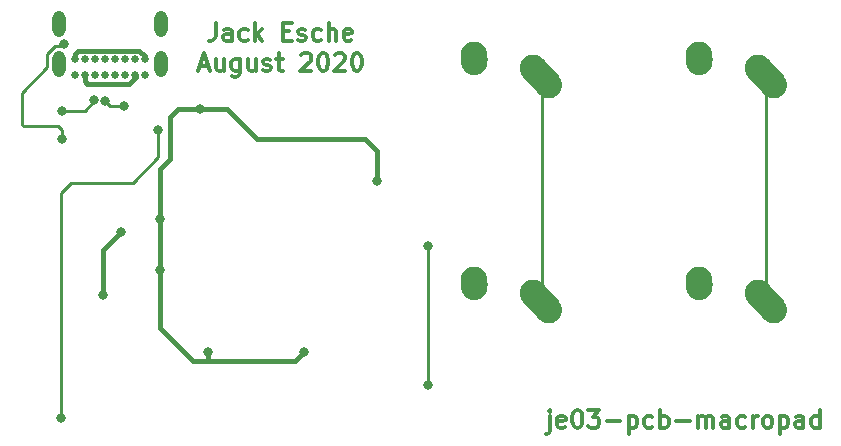
<source format=gbr>
%TF.GenerationSoftware,KiCad,Pcbnew,(5.1.6)-1*%
%TF.CreationDate,2020-08-30T09:50:50-05:00*%
%TF.ProjectId,je03-pcb-guide,6a653033-2d70-4636-922d-67756964652e,rev?*%
%TF.SameCoordinates,Original*%
%TF.FileFunction,Copper,L1,Top*%
%TF.FilePolarity,Positive*%
%FSLAX46Y46*%
G04 Gerber Fmt 4.6, Leading zero omitted, Abs format (unit mm)*
G04 Created by KiCad (PCBNEW (5.1.6)-1) date 2020-08-30 09:50:50*
%MOMM*%
%LPD*%
G01*
G04 APERTURE LIST*
%TA.AperFunction,NonConductor*%
%ADD10C,0.300000*%
%TD*%
%TA.AperFunction,ComponentPad*%
%ADD11O,1.108000X2.216000*%
%TD*%
%TA.AperFunction,ComponentPad*%
%ADD12C,0.650000*%
%TD*%
%TA.AperFunction,ComponentPad*%
%ADD13C,2.250000*%
%TD*%
%TA.AperFunction,ViaPad*%
%ADD14C,0.800000*%
%TD*%
%TA.AperFunction,Conductor*%
%ADD15C,0.381000*%
%TD*%
%TA.AperFunction,Conductor*%
%ADD16C,0.254000*%
%TD*%
G04 APERTURE END LIST*
D10*
X100712428Y-114359571D02*
X100712428Y-115645285D01*
X100641000Y-115788142D01*
X100498142Y-115859571D01*
X100426714Y-115859571D01*
X100712428Y-113859571D02*
X100641000Y-113931000D01*
X100712428Y-114002428D01*
X100783857Y-113931000D01*
X100712428Y-113859571D01*
X100712428Y-114002428D01*
X101998142Y-115288142D02*
X101855285Y-115359571D01*
X101569571Y-115359571D01*
X101426714Y-115288142D01*
X101355285Y-115145285D01*
X101355285Y-114573857D01*
X101426714Y-114431000D01*
X101569571Y-114359571D01*
X101855285Y-114359571D01*
X101998142Y-114431000D01*
X102069571Y-114573857D01*
X102069571Y-114716714D01*
X101355285Y-114859571D01*
X102998142Y-113859571D02*
X103141000Y-113859571D01*
X103283857Y-113931000D01*
X103355285Y-114002428D01*
X103426714Y-114145285D01*
X103498142Y-114431000D01*
X103498142Y-114788142D01*
X103426714Y-115073857D01*
X103355285Y-115216714D01*
X103283857Y-115288142D01*
X103141000Y-115359571D01*
X102998142Y-115359571D01*
X102855285Y-115288142D01*
X102783857Y-115216714D01*
X102712428Y-115073857D01*
X102641000Y-114788142D01*
X102641000Y-114431000D01*
X102712428Y-114145285D01*
X102783857Y-114002428D01*
X102855285Y-113931000D01*
X102998142Y-113859571D01*
X103998142Y-113859571D02*
X104926714Y-113859571D01*
X104426714Y-114431000D01*
X104641000Y-114431000D01*
X104783857Y-114502428D01*
X104855285Y-114573857D01*
X104926714Y-114716714D01*
X104926714Y-115073857D01*
X104855285Y-115216714D01*
X104783857Y-115288142D01*
X104641000Y-115359571D01*
X104212428Y-115359571D01*
X104069571Y-115288142D01*
X103998142Y-115216714D01*
X105569571Y-114788142D02*
X106712428Y-114788142D01*
X107426714Y-114359571D02*
X107426714Y-115859571D01*
X107426714Y-114431000D02*
X107569571Y-114359571D01*
X107855285Y-114359571D01*
X107998142Y-114431000D01*
X108069571Y-114502428D01*
X108141000Y-114645285D01*
X108141000Y-115073857D01*
X108069571Y-115216714D01*
X107998142Y-115288142D01*
X107855285Y-115359571D01*
X107569571Y-115359571D01*
X107426714Y-115288142D01*
X109426714Y-115288142D02*
X109283857Y-115359571D01*
X108998142Y-115359571D01*
X108855285Y-115288142D01*
X108783857Y-115216714D01*
X108712428Y-115073857D01*
X108712428Y-114645285D01*
X108783857Y-114502428D01*
X108855285Y-114431000D01*
X108998142Y-114359571D01*
X109283857Y-114359571D01*
X109426714Y-114431000D01*
X110069571Y-115359571D02*
X110069571Y-113859571D01*
X110069571Y-114431000D02*
X110212428Y-114359571D01*
X110498142Y-114359571D01*
X110641000Y-114431000D01*
X110712428Y-114502428D01*
X110783857Y-114645285D01*
X110783857Y-115073857D01*
X110712428Y-115216714D01*
X110641000Y-115288142D01*
X110498142Y-115359571D01*
X110212428Y-115359571D01*
X110069571Y-115288142D01*
X111426714Y-114788142D02*
X112569571Y-114788142D01*
X113283857Y-115359571D02*
X113283857Y-114359571D01*
X113283857Y-114502428D02*
X113355285Y-114431000D01*
X113498142Y-114359571D01*
X113712428Y-114359571D01*
X113855285Y-114431000D01*
X113926714Y-114573857D01*
X113926714Y-115359571D01*
X113926714Y-114573857D02*
X113998142Y-114431000D01*
X114141000Y-114359571D01*
X114355285Y-114359571D01*
X114498142Y-114431000D01*
X114569571Y-114573857D01*
X114569571Y-115359571D01*
X115926714Y-115359571D02*
X115926714Y-114573857D01*
X115855285Y-114431000D01*
X115712428Y-114359571D01*
X115426714Y-114359571D01*
X115283857Y-114431000D01*
X115926714Y-115288142D02*
X115783857Y-115359571D01*
X115426714Y-115359571D01*
X115283857Y-115288142D01*
X115212428Y-115145285D01*
X115212428Y-115002428D01*
X115283857Y-114859571D01*
X115426714Y-114788142D01*
X115783857Y-114788142D01*
X115926714Y-114716714D01*
X117283857Y-115288142D02*
X117141000Y-115359571D01*
X116855285Y-115359571D01*
X116712428Y-115288142D01*
X116641000Y-115216714D01*
X116569571Y-115073857D01*
X116569571Y-114645285D01*
X116641000Y-114502428D01*
X116712428Y-114431000D01*
X116855285Y-114359571D01*
X117141000Y-114359571D01*
X117283857Y-114431000D01*
X117926714Y-115359571D02*
X117926714Y-114359571D01*
X117926714Y-114645285D02*
X117998142Y-114502428D01*
X118069571Y-114431000D01*
X118212428Y-114359571D01*
X118355285Y-114359571D01*
X119069571Y-115359571D02*
X118926714Y-115288142D01*
X118855285Y-115216714D01*
X118783857Y-115073857D01*
X118783857Y-114645285D01*
X118855285Y-114502428D01*
X118926714Y-114431000D01*
X119069571Y-114359571D01*
X119283857Y-114359571D01*
X119426714Y-114431000D01*
X119498142Y-114502428D01*
X119569571Y-114645285D01*
X119569571Y-115073857D01*
X119498142Y-115216714D01*
X119426714Y-115288142D01*
X119283857Y-115359571D01*
X119069571Y-115359571D01*
X120212428Y-114359571D02*
X120212428Y-115859571D01*
X120212428Y-114431000D02*
X120355285Y-114359571D01*
X120641000Y-114359571D01*
X120783857Y-114431000D01*
X120855285Y-114502428D01*
X120926714Y-114645285D01*
X120926714Y-115073857D01*
X120855285Y-115216714D01*
X120783857Y-115288142D01*
X120641000Y-115359571D01*
X120355285Y-115359571D01*
X120212428Y-115288142D01*
X122212428Y-115359571D02*
X122212428Y-114573857D01*
X122141000Y-114431000D01*
X121998142Y-114359571D01*
X121712428Y-114359571D01*
X121569571Y-114431000D01*
X122212428Y-115288142D02*
X122069571Y-115359571D01*
X121712428Y-115359571D01*
X121569571Y-115288142D01*
X121498142Y-115145285D01*
X121498142Y-115002428D01*
X121569571Y-114859571D01*
X121712428Y-114788142D01*
X122069571Y-114788142D01*
X122212428Y-114716714D01*
X123569571Y-115359571D02*
X123569571Y-113859571D01*
X123569571Y-115288142D02*
X123426714Y-115359571D01*
X123141000Y-115359571D01*
X122998142Y-115288142D01*
X122926714Y-115216714D01*
X122855285Y-115073857D01*
X122855285Y-114645285D01*
X122926714Y-114502428D01*
X122998142Y-114431000D01*
X123141000Y-114359571D01*
X123426714Y-114359571D01*
X123569571Y-114431000D01*
X72442285Y-81088571D02*
X72442285Y-82160000D01*
X72370857Y-82374285D01*
X72228000Y-82517142D01*
X72013714Y-82588571D01*
X71870857Y-82588571D01*
X73799428Y-82588571D02*
X73799428Y-81802857D01*
X73728000Y-81660000D01*
X73585142Y-81588571D01*
X73299428Y-81588571D01*
X73156571Y-81660000D01*
X73799428Y-82517142D02*
X73656571Y-82588571D01*
X73299428Y-82588571D01*
X73156571Y-82517142D01*
X73085142Y-82374285D01*
X73085142Y-82231428D01*
X73156571Y-82088571D01*
X73299428Y-82017142D01*
X73656571Y-82017142D01*
X73799428Y-81945714D01*
X75156571Y-82517142D02*
X75013714Y-82588571D01*
X74728000Y-82588571D01*
X74585142Y-82517142D01*
X74513714Y-82445714D01*
X74442285Y-82302857D01*
X74442285Y-81874285D01*
X74513714Y-81731428D01*
X74585142Y-81660000D01*
X74728000Y-81588571D01*
X75013714Y-81588571D01*
X75156571Y-81660000D01*
X75799428Y-82588571D02*
X75799428Y-81088571D01*
X75942285Y-82017142D02*
X76370857Y-82588571D01*
X76370857Y-81588571D02*
X75799428Y-82160000D01*
X78156571Y-81802857D02*
X78656571Y-81802857D01*
X78870857Y-82588571D02*
X78156571Y-82588571D01*
X78156571Y-81088571D01*
X78870857Y-81088571D01*
X79442285Y-82517142D02*
X79585142Y-82588571D01*
X79870857Y-82588571D01*
X80013714Y-82517142D01*
X80085142Y-82374285D01*
X80085142Y-82302857D01*
X80013714Y-82160000D01*
X79870857Y-82088571D01*
X79656571Y-82088571D01*
X79513714Y-82017142D01*
X79442285Y-81874285D01*
X79442285Y-81802857D01*
X79513714Y-81660000D01*
X79656571Y-81588571D01*
X79870857Y-81588571D01*
X80013714Y-81660000D01*
X81370857Y-82517142D02*
X81228000Y-82588571D01*
X80942285Y-82588571D01*
X80799428Y-82517142D01*
X80728000Y-82445714D01*
X80656571Y-82302857D01*
X80656571Y-81874285D01*
X80728000Y-81731428D01*
X80799428Y-81660000D01*
X80942285Y-81588571D01*
X81228000Y-81588571D01*
X81370857Y-81660000D01*
X82013714Y-82588571D02*
X82013714Y-81088571D01*
X82656571Y-82588571D02*
X82656571Y-81802857D01*
X82585142Y-81660000D01*
X82442285Y-81588571D01*
X82228000Y-81588571D01*
X82085142Y-81660000D01*
X82013714Y-81731428D01*
X83942285Y-82517142D02*
X83799428Y-82588571D01*
X83513714Y-82588571D01*
X83370857Y-82517142D01*
X83299428Y-82374285D01*
X83299428Y-81802857D01*
X83370857Y-81660000D01*
X83513714Y-81588571D01*
X83799428Y-81588571D01*
X83942285Y-81660000D01*
X84013714Y-81802857D01*
X84013714Y-81945714D01*
X83299428Y-82088571D01*
X71120857Y-84710000D02*
X71835142Y-84710000D01*
X70978000Y-85138571D02*
X71478000Y-83638571D01*
X71978000Y-85138571D01*
X73120857Y-84138571D02*
X73120857Y-85138571D01*
X72478000Y-84138571D02*
X72478000Y-84924285D01*
X72549428Y-85067142D01*
X72692285Y-85138571D01*
X72906571Y-85138571D01*
X73049428Y-85067142D01*
X73120857Y-84995714D01*
X74478000Y-84138571D02*
X74478000Y-85352857D01*
X74406571Y-85495714D01*
X74335142Y-85567142D01*
X74192285Y-85638571D01*
X73978000Y-85638571D01*
X73835142Y-85567142D01*
X74478000Y-85067142D02*
X74335142Y-85138571D01*
X74049428Y-85138571D01*
X73906571Y-85067142D01*
X73835142Y-84995714D01*
X73763714Y-84852857D01*
X73763714Y-84424285D01*
X73835142Y-84281428D01*
X73906571Y-84210000D01*
X74049428Y-84138571D01*
X74335142Y-84138571D01*
X74478000Y-84210000D01*
X75835142Y-84138571D02*
X75835142Y-85138571D01*
X75192285Y-84138571D02*
X75192285Y-84924285D01*
X75263714Y-85067142D01*
X75406571Y-85138571D01*
X75620857Y-85138571D01*
X75763714Y-85067142D01*
X75835142Y-84995714D01*
X76478000Y-85067142D02*
X76620857Y-85138571D01*
X76906571Y-85138571D01*
X77049428Y-85067142D01*
X77120857Y-84924285D01*
X77120857Y-84852857D01*
X77049428Y-84710000D01*
X76906571Y-84638571D01*
X76692285Y-84638571D01*
X76549428Y-84567142D01*
X76478000Y-84424285D01*
X76478000Y-84352857D01*
X76549428Y-84210000D01*
X76692285Y-84138571D01*
X76906571Y-84138571D01*
X77049428Y-84210000D01*
X77549428Y-84138571D02*
X78120857Y-84138571D01*
X77763714Y-83638571D02*
X77763714Y-84924285D01*
X77835142Y-85067142D01*
X77978000Y-85138571D01*
X78120857Y-85138571D01*
X79692285Y-83781428D02*
X79763714Y-83710000D01*
X79906571Y-83638571D01*
X80263714Y-83638571D01*
X80406571Y-83710000D01*
X80478000Y-83781428D01*
X80549428Y-83924285D01*
X80549428Y-84067142D01*
X80478000Y-84281428D01*
X79620857Y-85138571D01*
X80549428Y-85138571D01*
X81478000Y-83638571D02*
X81620857Y-83638571D01*
X81763714Y-83710000D01*
X81835142Y-83781428D01*
X81906571Y-83924285D01*
X81978000Y-84210000D01*
X81978000Y-84567142D01*
X81906571Y-84852857D01*
X81835142Y-84995714D01*
X81763714Y-85067142D01*
X81620857Y-85138571D01*
X81478000Y-85138571D01*
X81335142Y-85067142D01*
X81263714Y-84995714D01*
X81192285Y-84852857D01*
X81120857Y-84567142D01*
X81120857Y-84210000D01*
X81192285Y-83924285D01*
X81263714Y-83781428D01*
X81335142Y-83710000D01*
X81478000Y-83638571D01*
X82549428Y-83781428D02*
X82620857Y-83710000D01*
X82763714Y-83638571D01*
X83120857Y-83638571D01*
X83263714Y-83710000D01*
X83335142Y-83781428D01*
X83406571Y-83924285D01*
X83406571Y-84067142D01*
X83335142Y-84281428D01*
X82478000Y-85138571D01*
X83406571Y-85138571D01*
X84335142Y-83638571D02*
X84478000Y-83638571D01*
X84620857Y-83710000D01*
X84692285Y-83781428D01*
X84763714Y-83924285D01*
X84835142Y-84210000D01*
X84835142Y-84567142D01*
X84763714Y-84852857D01*
X84692285Y-84995714D01*
X84620857Y-85067142D01*
X84478000Y-85138571D01*
X84335142Y-85138571D01*
X84192285Y-85067142D01*
X84120857Y-84995714D01*
X84049428Y-84852857D01*
X83978000Y-84567142D01*
X83978000Y-84210000D01*
X84049428Y-83924285D01*
X84120857Y-83781428D01*
X84192285Y-83710000D01*
X84335142Y-83638571D01*
D11*
%TO.P,J1,P4*%
%TO.N,GND*%
X59182000Y-81153000D03*
%TO.P,J1,P3*%
X67832000Y-81153000D03*
%TO.P,J1,P2*%
X67832000Y-84533000D03*
%TO.P,J1,P1*%
X59182000Y-84533000D03*
D12*
%TO.P,J1,B12*%
X60532000Y-84163000D03*
%TO.P,J1,B9*%
%TO.N,VCC*%
X61382000Y-84163000D03*
%TO.P,J1,B8*%
%TO.N,Net-(J1-PadB8)*%
X62232000Y-84163000D03*
%TO.P,J1,B7*%
%TO.N,Net-(J1-PadB7)*%
X63082000Y-84163000D03*
%TO.P,J1,B6*%
%TO.N,Net-(J1-PadB6)*%
X63932000Y-84163000D03*
%TO.P,J1,B5*%
%TO.N,Net-(J1-PadB5)*%
X64782000Y-84163000D03*
%TO.P,J1,B4*%
%TO.N,VCC*%
X65632000Y-84163000D03*
%TO.P,J1,B1*%
%TO.N,GND*%
X66482000Y-84163000D03*
%TO.P,J1,A12*%
X66482000Y-85513000D03*
%TO.P,J1,A9*%
%TO.N,VCC*%
X65632000Y-85513000D03*
%TO.P,J1,A8*%
%TO.N,Net-(J1-PadA8)*%
X64782000Y-85513000D03*
%TO.P,J1,A7*%
%TO.N,D-*%
X63932000Y-85513000D03*
%TO.P,J1,A6*%
%TO.N,D+*%
X63082000Y-85513000D03*
%TO.P,J1,A5*%
%TO.N,Net-(J1-PadA5)*%
X62232000Y-85513000D03*
%TO.P,J1,A4*%
%TO.N,VCC*%
X61382000Y-85513000D03*
%TO.P,J1,A1*%
%TO.N,GND*%
X60532000Y-85513000D03*
%TD*%
D13*
%TO.P,MX3,1*%
%TO.N,COL0*%
X99337500Y-103950000D03*
%TA.AperFunction,ComponentPad*%
G36*
G01*
X101398817Y-106247345D02*
X101398817Y-106247345D01*
G75*
G02*
X99810155Y-106161317I-751317J837345D01*
G01*
X98500153Y-104701317D01*
G75*
G02*
X98586181Y-103112655I837345J751317D01*
G01*
X98586181Y-103112655D01*
G75*
G02*
X100174843Y-103198683I751317J-837345D01*
G01*
X101484845Y-104658683D01*
G75*
G02*
X101398817Y-106247345I-837345J-751317D01*
G01*
G37*
%TD.AperFunction*%
%TO.P,MX3,2*%
%TO.N,Net-(D3-Pad2)*%
X94297500Y-102870000D03*
%TA.AperFunction,ComponentPad*%
G36*
G01*
X94414903Y-104572334D02*
X94414903Y-104572334D01*
G75*
G02*
X93215166Y-103527403I-77403J1122334D01*
G01*
X93175166Y-102947403D01*
G75*
G02*
X94220097Y-101747666I1122334J77403D01*
G01*
X94220097Y-101747666D01*
G75*
G02*
X95419834Y-102792597I77403J-1122334D01*
G01*
X95459834Y-103372597D01*
G75*
G02*
X94414903Y-104572334I-1122334J-77403D01*
G01*
G37*
%TD.AperFunction*%
%TD*%
%TO.P,MX4,1*%
%TO.N,COL1*%
X118387500Y-103950000D03*
%TA.AperFunction,ComponentPad*%
G36*
G01*
X120448817Y-106247345D02*
X120448817Y-106247345D01*
G75*
G02*
X118860155Y-106161317I-751317J837345D01*
G01*
X117550153Y-104701317D01*
G75*
G02*
X117636181Y-103112655I837345J751317D01*
G01*
X117636181Y-103112655D01*
G75*
G02*
X119224843Y-103198683I751317J-837345D01*
G01*
X120534845Y-104658683D01*
G75*
G02*
X120448817Y-106247345I-837345J-751317D01*
G01*
G37*
%TD.AperFunction*%
%TO.P,MX4,2*%
%TO.N,Net-(D4-Pad2)*%
X113347500Y-102870000D03*
%TA.AperFunction,ComponentPad*%
G36*
G01*
X113464903Y-104572334D02*
X113464903Y-104572334D01*
G75*
G02*
X112265166Y-103527403I-77403J1122334D01*
G01*
X112225166Y-102947403D01*
G75*
G02*
X113270097Y-101747666I1122334J77403D01*
G01*
X113270097Y-101747666D01*
G75*
G02*
X114469834Y-102792597I77403J-1122334D01*
G01*
X114509834Y-103372597D01*
G75*
G02*
X113464903Y-104572334I-1122334J-77403D01*
G01*
G37*
%TD.AperFunction*%
%TD*%
%TO.P,MX2,1*%
%TO.N,COL1*%
X118387500Y-84900000D03*
%TA.AperFunction,ComponentPad*%
G36*
G01*
X120448817Y-87197345D02*
X120448817Y-87197345D01*
G75*
G02*
X118860155Y-87111317I-751317J837345D01*
G01*
X117550153Y-85651317D01*
G75*
G02*
X117636181Y-84062655I837345J751317D01*
G01*
X117636181Y-84062655D01*
G75*
G02*
X119224843Y-84148683I751317J-837345D01*
G01*
X120534845Y-85608683D01*
G75*
G02*
X120448817Y-87197345I-837345J-751317D01*
G01*
G37*
%TD.AperFunction*%
%TO.P,MX2,2*%
%TO.N,Net-(D2-Pad2)*%
X113347500Y-83820000D03*
%TA.AperFunction,ComponentPad*%
G36*
G01*
X113464903Y-85522334D02*
X113464903Y-85522334D01*
G75*
G02*
X112265166Y-84477403I-77403J1122334D01*
G01*
X112225166Y-83897403D01*
G75*
G02*
X113270097Y-82697666I1122334J77403D01*
G01*
X113270097Y-82697666D01*
G75*
G02*
X114469834Y-83742597I77403J-1122334D01*
G01*
X114509834Y-84322597D01*
G75*
G02*
X113464903Y-85522334I-1122334J-77403D01*
G01*
G37*
%TD.AperFunction*%
%TD*%
%TO.P,MX1,1*%
%TO.N,COL0*%
X99337500Y-84900000D03*
%TA.AperFunction,ComponentPad*%
G36*
G01*
X101398817Y-87197345D02*
X101398817Y-87197345D01*
G75*
G02*
X99810155Y-87111317I-751317J837345D01*
G01*
X98500153Y-85651317D01*
G75*
G02*
X98586181Y-84062655I837345J751317D01*
G01*
X98586181Y-84062655D01*
G75*
G02*
X100174843Y-84148683I751317J-837345D01*
G01*
X101484845Y-85608683D01*
G75*
G02*
X101398817Y-87197345I-837345J-751317D01*
G01*
G37*
%TD.AperFunction*%
%TO.P,MX1,2*%
%TO.N,Net-(D1-Pad2)*%
X94297500Y-83820000D03*
%TA.AperFunction,ComponentPad*%
G36*
G01*
X94414903Y-85522334D02*
X94414903Y-85522334D01*
G75*
G02*
X93215166Y-84477403I-77403J1122334D01*
G01*
X93175166Y-83897403D01*
G75*
G02*
X94220097Y-82697666I1122334J77403D01*
G01*
X94220097Y-82697666D01*
G75*
G02*
X95419834Y-83742597I77403J-1122334D01*
G01*
X95459834Y-84322597D01*
G75*
G02*
X94414903Y-85522334I-1122334J-77403D01*
G01*
G37*
%TD.AperFunction*%
%TD*%
D14*
%TO.N,GND*%
X64395067Y-98799933D03*
X62865000Y-104140000D03*
%TO.N,+5V*%
X67691000Y-101981000D03*
X71755000Y-108966000D03*
X79883000Y-108966000D03*
X67691000Y-97663000D03*
X71120000Y-88392000D03*
X86106000Y-94488000D03*
%TO.N,ROW1*%
X90424000Y-111760000D03*
X90424000Y-99949000D03*
%TO.N,Net-(R1-Pad2)*%
X59309000Y-114554000D03*
X67564000Y-90170000D03*
%TO.N,D+*%
X64643000Y-88138000D03*
X63112933Y-87665000D03*
%TO.N,Net-(J1-PadB5)*%
X59436000Y-90932000D03*
X59623132Y-82912641D03*
%TO.N,Net-(J1-PadA5)*%
X59436000Y-88519000D03*
X62113716Y-87625391D03*
%TD*%
D15*
%TO.N,GND*%
X64395067Y-98799933D02*
X62865000Y-100330000D01*
X62865000Y-100330000D02*
X62865000Y-104013000D01*
X62865000Y-104013000D02*
X62865000Y-104140000D01*
X60787882Y-83447499D02*
X65975441Y-83447499D01*
X60532000Y-84163000D02*
X60532000Y-83703381D01*
X65975441Y-83447499D02*
X66421000Y-83893058D01*
X60532000Y-83703381D02*
X60787882Y-83447499D01*
X66421000Y-83893058D02*
X66421000Y-83947000D01*
%TO.N,+5V*%
X67691000Y-101981000D02*
X67691000Y-106934000D01*
X67691000Y-106934000D02*
X70485000Y-109728000D01*
X71755000Y-109728000D02*
X71755000Y-109093000D01*
X70485000Y-109728000D02*
X71755000Y-109728000D01*
X71755000Y-109093000D02*
X71755000Y-108966000D01*
X71755000Y-109728000D02*
X75819000Y-109728000D01*
X79121000Y-109728000D02*
X75819000Y-109728000D01*
X79883000Y-108966000D02*
X79121000Y-109728000D01*
X67691000Y-101981000D02*
X67691000Y-97663000D01*
X67691000Y-97663000D02*
X67691000Y-93472000D01*
X67691000Y-93472000D02*
X68580000Y-92583000D01*
X68580000Y-92583000D02*
X68580000Y-89027000D01*
X68580000Y-89027000D02*
X69215000Y-88392000D01*
X69215000Y-88392000D02*
X71120000Y-88392000D01*
X71120000Y-88392000D02*
X73406000Y-88392000D01*
X73406000Y-88392000D02*
X75946000Y-90932000D01*
X75946000Y-90932000D02*
X82296000Y-90932000D01*
X82296000Y-90932000D02*
X85090000Y-90932000D01*
X85090000Y-90932000D02*
X86106000Y-91948000D01*
X86106000Y-91948000D02*
X86106000Y-94488000D01*
D16*
%TO.N,Net-(D3-Pad2)*%
X94337500Y-103950000D02*
X94298000Y-103950000D01*
X94298000Y-103950000D02*
X93599000Y-103251000D01*
%TO.N,ROW1*%
X90424000Y-111760000D02*
X90424000Y-99949000D01*
%TO.N,Net-(D4-Pad2)*%
X113387500Y-103950000D02*
X113387500Y-103608500D01*
X113387500Y-103950000D02*
X113221000Y-103950000D01*
X113221000Y-103950000D02*
X112649000Y-103378000D01*
D15*
%TO.N,VCC*%
X61637882Y-86228501D02*
X65125441Y-86228501D01*
X65125441Y-86228501D02*
X65659000Y-85694942D01*
X61382000Y-85512000D02*
X61341000Y-85471000D01*
X61637882Y-86228501D02*
X61590501Y-86228501D01*
X61590501Y-86228501D02*
X61341000Y-85979000D01*
X61341000Y-85979000D02*
X61341000Y-85471000D01*
D16*
%TO.N,COL0*%
X100647500Y-86360000D02*
X100647500Y-86550500D01*
X100647500Y-86550500D02*
X100076000Y-87122000D01*
X100076000Y-87122000D02*
X100076000Y-103378000D01*
%TO.N,COL1*%
X119697500Y-86360000D02*
X119697500Y-86423500D01*
X119697500Y-86423500D02*
X118999000Y-87122000D01*
X118999000Y-87122000D02*
X118999000Y-103251000D01*
%TO.N,Net-(R1-Pad2)*%
X59309000Y-114554000D02*
X59309000Y-95504000D01*
X59309000Y-95504000D02*
X60198000Y-94615000D01*
X60198000Y-94615000D02*
X65405000Y-94615000D01*
X65405000Y-94615000D02*
X67564000Y-92456000D01*
X67564000Y-92456000D02*
X67564000Y-91440000D01*
X67564000Y-91440000D02*
X67564000Y-90170000D01*
%TO.N,D+*%
X64643000Y-88138000D02*
X63500000Y-88138000D01*
X63500000Y-88138000D02*
X63119000Y-87757000D01*
X63119000Y-87757000D02*
X63112933Y-87750933D01*
X63112933Y-87750933D02*
X63112933Y-87665000D01*
%TO.N,Net-(J1-PadB5)*%
X59436000Y-90932000D02*
X59436000Y-90170000D01*
X59436000Y-90170000D02*
X59055000Y-89789000D01*
X59055000Y-89789000D02*
X56134000Y-89789000D01*
X56134000Y-89789000D02*
X56007000Y-89662000D01*
X56007000Y-89662000D02*
X56007000Y-86995000D01*
X56007000Y-86995000D02*
X58166000Y-84836000D01*
X58166000Y-83749064D02*
X58857064Y-83058000D01*
X58166000Y-84836000D02*
X58166000Y-83749064D01*
X58857064Y-83058000D02*
X59563000Y-83058000D01*
X59563000Y-83058000D02*
X59563000Y-82972773D01*
X59563000Y-82972773D02*
X59623132Y-82912641D01*
%TO.N,Net-(J1-PadA5)*%
X59436000Y-88519000D02*
X61341000Y-88519000D01*
X61341000Y-88519000D02*
X62230000Y-87630000D01*
X62230000Y-87630000D02*
X62225391Y-87625391D01*
X62225391Y-87625391D02*
X62113716Y-87625391D01*
%TD*%
M02*

</source>
